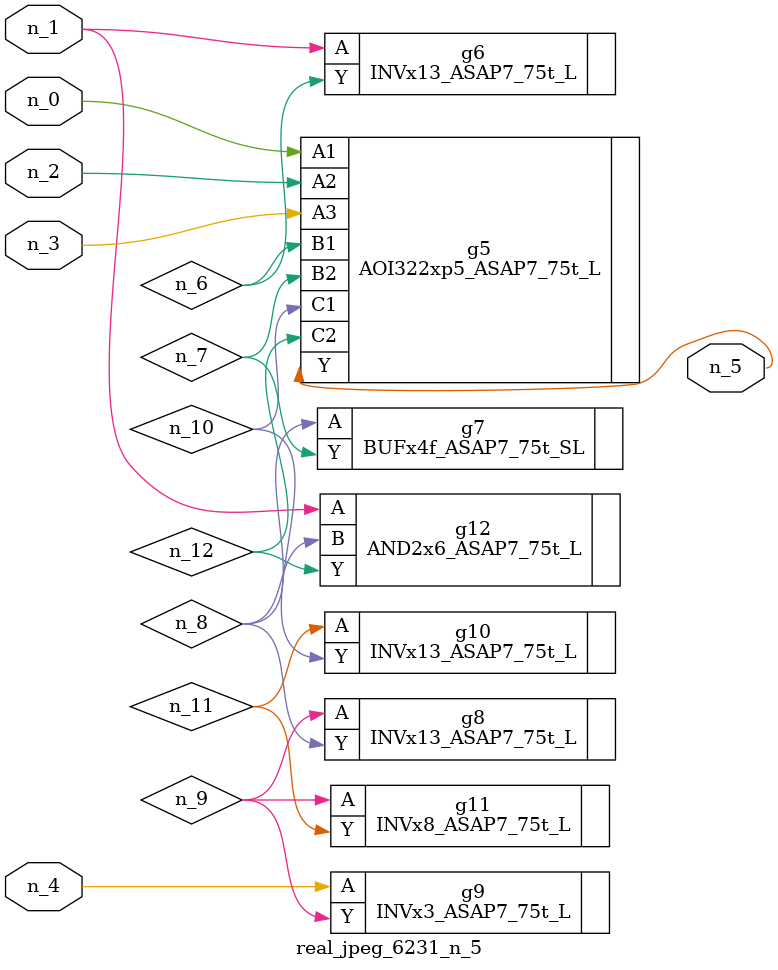
<source format=v>
module real_jpeg_6231_n_5 (n_4, n_0, n_1, n_2, n_3, n_5);

input n_4;
input n_0;
input n_1;
input n_2;
input n_3;

output n_5;

wire n_12;
wire n_8;
wire n_11;
wire n_6;
wire n_7;
wire n_10;
wire n_9;

AOI322xp5_ASAP7_75t_L g5 ( 
.A1(n_0),
.A2(n_2),
.A3(n_3),
.B1(n_6),
.B2(n_7),
.C1(n_10),
.C2(n_12),
.Y(n_5)
);

INVx13_ASAP7_75t_L g6 ( 
.A(n_1),
.Y(n_6)
);

AND2x6_ASAP7_75t_L g12 ( 
.A(n_1),
.B(n_8),
.Y(n_12)
);

INVx3_ASAP7_75t_L g9 ( 
.A(n_4),
.Y(n_9)
);

BUFx4f_ASAP7_75t_SL g7 ( 
.A(n_8),
.Y(n_7)
);

INVx13_ASAP7_75t_L g8 ( 
.A(n_9),
.Y(n_8)
);

INVx8_ASAP7_75t_L g11 ( 
.A(n_9),
.Y(n_11)
);

INVx13_ASAP7_75t_L g10 ( 
.A(n_11),
.Y(n_10)
);


endmodule
</source>
